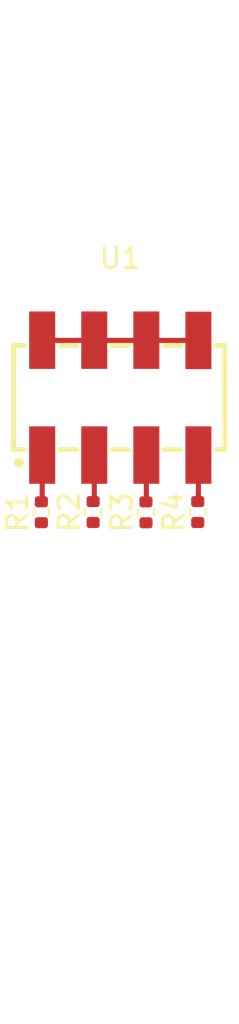
<source format=kicad_pcb>
(kicad_pcb (version 20240108) (generator "pcbnew") (generator_version "8.0")
  (layers (0 "F.Cu" signal) (31 "B.Cu" signal) (34 "B.Paste" user) (35 "F.Paste" user) (36 "B.SilkS" user "B.Silkscreen") (37 "F.SilkS" user "F.Silkscreen") (38 "B.Mask" user) (39 "F.Mask" user) (44 "Edge.Cuts" user))
  (net 0 "")
  (net 1 "io")
  (net 2 "_1")
  (net 3 "io-1")
  (net 4 "_3")
  (net 5 "io-2")
  (net 6 "_5")
  (net 7 "io-3")
  (net 8 "_7")
  (net 9 "gnd")
  (footprint "lib:HDR-SMD_8P-P2.54-V-M-R2-C4-LS7.4" (layer "F.Cu") (at 133.82 54.325)
    (property "Reference" "U1" (at 0 -6.8 0) (layer "F.SilkS"))
    (property "Value" "")
    (fp_line (start -5.21 -2.54) (end -5.21 2.54) (stroke (width 0.25)) (layer "F.SilkS"))
    (fp_line (start -5.21 -2.54) (end -4.68 -2.54) (stroke (width 0.25)) (layer "F.SilkS"))
    (fp_line (start -5.21 2.54) (end -4.68 2.54) (stroke (width 0.25)) (layer "F.SilkS"))
    (fp_line (start -2.94 -2.54) (end -2.14 -2.54) (stroke (width 0.25)) (layer "F.SilkS"))
    (fp_line (start -2.94 2.54) (end -2.14 2.54) (stroke (width 0.25)) (layer "F.SilkS"))
    (fp_line (start -0.4 -2.54) (end 0.4 -2.54) (stroke (width 0.25)) (layer "F.SilkS"))
    (fp_line (start -0.4 2.54) (end 0.4 2.54) (stroke (width 0.25)) (layer "F.SilkS"))
    (fp_line (start 2.14 -2.54) (end 2.94 -2.54) (stroke (width 0.25)) (layer "F.SilkS"))
    (fp_line (start 2.14 2.54) (end 2.94 2.54) (stroke (width 0.25)) (layer "F.SilkS"))
    (fp_line (start 4.68 2.54) (end 5.1 2.54) (stroke (width 0.25)) (layer "F.SilkS"))
    (fp_line (start 5.1 -2.54) (end 4.68 -2.54) (stroke (width 0.25)) (layer "F.SilkS"))
    (fp_line (start 5.1 2.54) (end 5.1 -2.54) (stroke (width 0.25)) (layer "F.SilkS"))
    (fp_circle (center -4.95 3.17) (end -4.82 3.17) (stroke (width 0.25)) (fill none) (layer "F.SilkS"))
    (pad "1" smd rect (at -3.81 2.8) (size 1.27 2.8) (layers "F.Cu" "F.Paste" "F.Mask") (net 2 "_1"))
    (pad "2" smd rect (at -3.81 -2.8) (size 1.27 2.8) (layers "F.Cu" "F.Paste" "F.Mask") (net 9 "gnd"))
    (pad "3" smd rect (at -1.27 2.8) (size 1.27 2.8) (layers "F.Cu" "F.Paste" "F.Mask") (net 4 "_3"))
    (pad "4" smd rect (at -1.27 -2.8) (size 1.27 2.8) (layers "F.Cu" "F.Paste" "F.Mask") (net 9 "gnd"))
    (pad "5" smd rect (at 1.27 2.8) (size 1.27 2.8) (layers "F.Cu" "F.Paste" "F.Mask") (net 6 "_5"))
    (pad "6" smd rect (at 1.27 -2.8) (size 1.27 2.8) (layers "F.Cu" "F.Paste" "F.Mask") (net 9 "gnd"))
    (pad "7" smd rect (at 3.81 2.8) (size 1.27 2.8) (layers "F.Cu" "F.Paste" "F.Mask") (net 8 "_7"))
    (pad "8" smd rect (at 3.81 -2.79) (size 1.27 2.8) (layers "F.Cu" "F.Paste" "F.Mask") (net 9 "gnd"))
  )
  (footprint "lib:R0402" (layer "F.Cu") (at 135.071638 59.917421 90)
    (property "Reference" "R3" (at 0 -1.17 90) (layer "F.SilkS"))
    (property "Value" "Chip Resistor - Surface Mount 1KOhms ±5% 1/16W 0402 RoHS")
    (fp_line (start -0.153641 -0.38) (end 0.153641 -0.38) (stroke (width 0.12)) (layer "F.SilkS"))
    (fp_line (start -0.153641 0.38) (end 0.153641 0.38) (stroke (width 0.12)) (layer "F.SilkS"))
    (pad "1" smd roundrect (at -0.51 0 90) (size 0.54 0.64) (layers "F.Cu" "F.Paste" "F.Mask") (net 5 "io-2"))
    (pad "2" smd roundrect (at 0.51 0 90) (size 0.54 0.64) (layers "F.Cu" "F.Paste" "F.Mask") (net 6 "_5"))
  )
  (footprint "lib:R0402" (layer "F.Cu") (at 129.969138 59.912715 90)
    (property "Reference" "R1" (at 0 -1.17 90) (layer "F.SilkS"))
    (property "Value" "Chip Resistor - Surface Mount 1KOhms ±5% 1/16W 0402 RoHS")
    (fp_line (start -0.153641 -0.38) (end 0.153641 -0.38) (stroke (width 0.12)) (layer "F.SilkS"))
    (fp_line (start -0.153641 0.38) (end 0.153641 0.38) (stroke (width 0.12)) (layer "F.SilkS"))
    (pad "1" smd roundrect (at -0.51 0 90) (size 0.54 0.64) (layers "F.Cu" "F.Paste" "F.Mask") (net 1 "io"))
    (pad "2" smd roundrect (at 0.51 0 90) (size 0.54 0.64) (layers "F.Cu" "F.Paste" "F.Mask") (net 2 "_1"))
  )
  (footprint "lib:R0402" (layer "F.Cu") (at 132.494355 59.902051 90)
    (property "Reference" "R2" (at 0 -1.17 90) (layer "F.SilkS"))
    (property "Value" "Chip Resistor - Surface Mount 1KOhms ±5% 1/16W 0402 RoHS")
    (fp_line (start -0.153641 -0.38) (end 0.153641 -0.38) (stroke (width 0.12)) (layer "F.SilkS"))
    (fp_line (start -0.153641 0.38) (end 0.153641 0.38) (stroke (width 0.12)) (layer "F.SilkS"))
    (pad "1" smd roundrect (at -0.51 0 90) (size 0.54 0.64) (layers "F.Cu" "F.Paste" "F.Mask") (net 3 "io-1"))
    (pad "2" smd roundrect (at 0.51 0 90) (size 0.54 0.64) (layers "F.Cu" "F.Paste" "F.Mask") (net 4 "_3"))
  )
  (footprint "lib:R0402" (layer "F.Cu") (at 137.596855 59.902051 90)
    (property "Reference" "R4" (at 0 -1.17 90) (layer "F.SilkS"))
    (property "Value" "Chip Resistor - Surface Mount 1KOhms ±5% 1/16W 0402 RoHS")
    (fp_line (start -0.153641 -0.38) (end 0.153641 -0.38) (stroke (width 0.12)) (layer "F.SilkS"))
    (fp_line (start -0.153641 0.38) (end 0.153641 0.38) (stroke (width 0.12)) (layer "F.SilkS"))
    (pad "1" smd roundrect (at -0.51 0 90) (size 0.54 0.64) (layers "F.Cu" "F.Paste" "F.Mask") (net 7 "io-3"))
    (pad "2" smd roundrect (at 0.51 0 90) (size 0.54 0.64) (layers "F.Cu" "F.Paste" "F.Mask") (net 8 "_7"))
  )
  (segment (start 130.01 57.125) (end 130.01 59.361853) (width 0.25) (layer "F.Cu") (net 2))
  (segment (start 130.01 59.361853) (end 129.969138 59.402715) (width 0.25) (layer "F.Cu") (net 2))
  (segment (start 132.55 57.125) (end 132.55 59.336406) (width 0.25) (layer "F.Cu") (net 4))
  (segment (start 132.55 59.336406) (end 132.494355 59.392051) (width 0.25) (layer "F.Cu") (net 4))
  (segment (start 135.09 59.389059) (end 135.071638 59.407421) (width 0.25) (layer "F.Cu") (net 6))
  (segment (start 135.09 57.125) (end 135.09 59.389059) (width 0.25) (layer "F.Cu") (net 6))
  (segment (start 137.63 59.358906) (end 137.596855 59.392051) (width 0.25) (layer "F.Cu") (net 8))
  (segment (start 137.63 57.125) (end 137.63 59.358906) (width 0.25) (layer "F.Cu") (net 8))
  (segment (start 137.63 51.535) (end 130.02 51.535) (width 0.25) (layer "F.Cu") (net 9))
  (segment (start 130.02 51.535) (end 130.01 51.525) (width 0.25) (layer "F.Cu") (net 9))
)
</source>
